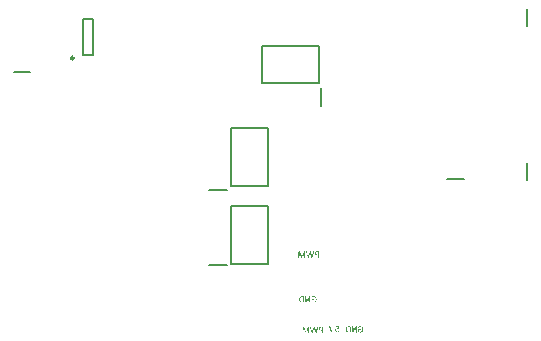
<source format=gbo>
G04*
G04 #@! TF.GenerationSoftware,Altium Limited,Altium Designer,18.1.9 (240)*
G04*
G04 Layer_Color=32896*
%FSLAX25Y25*%
%MOIN*%
G70*
G01*
G75*
%ADD11C,0.00787*%
%ADD14C,0.00984*%
G36*
X126881Y4010D02*
X126906Y4000D01*
X126916Y3996D01*
X126920Y3991D01*
X126925Y3988D01*
X126928Y3986D01*
X126940Y3973D01*
X126947Y3959D01*
X126957Y3929D01*
X126960Y3914D01*
X126962Y3902D01*
Y3895D01*
Y3892D01*
Y2018D01*
X126960Y2003D01*
X126957Y1998D01*
Y1996D01*
X126952Y1988D01*
X126945Y1986D01*
X126940Y1981D01*
X126938D01*
X126923Y1978D01*
X126911Y1976D01*
X126901Y1973D01*
X126896D01*
X126874Y1971D01*
X126852Y1969D01*
X126802D01*
X126783Y1971D01*
X126770Y1973D01*
X126766D01*
X126748Y1976D01*
X126734Y1978D01*
X126726Y1981D01*
X126724D01*
X126711Y1986D01*
X126704Y1991D01*
X126701Y1993D01*
X126699Y1996D01*
X126694Y2003D01*
X126692Y2010D01*
Y2015D01*
Y2018D01*
Y3791D01*
X126005Y2010D01*
X125998Y1998D01*
X125993Y1996D01*
Y1993D01*
X125976Y1983D01*
X125971Y1981D01*
X125968D01*
X125956Y1978D01*
X125941Y1976D01*
X125932Y1973D01*
X125929D01*
X125909Y1971D01*
X125892Y1969D01*
X125850D01*
X125833Y1971D01*
X125818D01*
X125801Y1973D01*
X125789Y1976D01*
X125782Y1978D01*
X125779D01*
X125767Y1983D01*
X125759Y1986D01*
X125757Y1991D01*
X125754D01*
X125742Y2003D01*
X125740Y2008D01*
Y2010D01*
X125021Y3791D01*
X125016D01*
Y2018D01*
X125014Y2003D01*
X125012Y1998D01*
Y1996D01*
X125004Y1988D01*
X124997Y1986D01*
X124992Y1981D01*
X124989D01*
X124977Y1978D01*
X124962Y1976D01*
X124952Y1973D01*
X124948D01*
X124925Y1971D01*
X124906Y1969D01*
X124856D01*
X124834Y1971D01*
X124822Y1973D01*
X124817D01*
X124800Y1976D01*
X124788Y1978D01*
X124780Y1981D01*
X124778D01*
X124766Y1986D01*
X124758Y1991D01*
X124756Y1993D01*
X124753Y1996D01*
X124748Y2003D01*
X124746Y2010D01*
Y2015D01*
Y2018D01*
Y3892D01*
X124748Y3914D01*
X124751Y3932D01*
X124753Y3941D01*
X124756Y3946D01*
X124763Y3964D01*
X124773Y3976D01*
X124780Y3983D01*
X124783Y3986D01*
X124795Y3996D01*
X124807Y4003D01*
X124815Y4005D01*
X124820Y4008D01*
X124834Y4013D01*
X124849Y4015D01*
X125039D01*
X125066Y4013D01*
X125088Y4010D01*
X125105Y4008D01*
X125107Y4005D01*
X125110D01*
X125130Y3996D01*
X125147Y3988D01*
X125159Y3978D01*
X125164Y3976D01*
X125181Y3959D01*
X125196Y3944D01*
X125206Y3929D01*
X125211Y3927D01*
Y3924D01*
X125225Y3897D01*
X125235Y3872D01*
X125240Y3860D01*
X125245Y3850D01*
X125248Y3845D01*
Y3843D01*
X125855Y2374D01*
X125863D01*
X126446Y3848D01*
X126458Y3878D01*
X126468Y3902D01*
X126478Y3917D01*
X126480Y3919D01*
Y3922D01*
X126495Y3944D01*
X126510Y3959D01*
X126522Y3971D01*
X126524Y3973D01*
X126527D01*
X126549Y3988D01*
X126571Y3998D01*
X126581Y4000D01*
X126588Y4003D01*
X126593Y4005D01*
X126596D01*
X126625Y4010D01*
X126655Y4015D01*
X126866D01*
X126881Y4010D01*
D02*
G37*
G36*
X129929Y4023D02*
X129939D01*
X129946Y4020D01*
X129951D01*
X129971Y4018D01*
X129983Y4013D01*
X129990Y4008D01*
X129993Y4005D01*
X130000Y3996D01*
X130003Y3986D01*
X130005Y3978D01*
Y3973D01*
X130003Y3956D01*
X130000Y3939D01*
X129998Y3924D01*
X129996Y3922D01*
Y3919D01*
X129457Y2037D01*
X129452Y2023D01*
X129447Y2010D01*
X129444Y2003D01*
X129442Y2001D01*
X129432Y1993D01*
X129420Y1986D01*
X129410Y1983D01*
X129408Y1981D01*
X129390Y1978D01*
X129371Y1976D01*
X129356Y1973D01*
X129351D01*
X129321Y1971D01*
X129292Y1969D01*
X129228D01*
X129203Y1971D01*
X129193D01*
X129186Y1973D01*
X129181D01*
X129159Y1976D01*
X129144Y1978D01*
X129132Y1981D01*
X129130D01*
X129115Y1988D01*
X129105Y1993D01*
X129100Y1998D01*
X129098Y2001D01*
X129090Y2013D01*
X129085Y2025D01*
X129080Y2035D01*
Y2037D01*
X128687Y3575D01*
X128684D01*
X128256Y2037D01*
X128251Y2023D01*
X128246Y2010D01*
X128244Y2003D01*
X128242Y2001D01*
X128232Y1993D01*
X128219Y1986D01*
X128209Y1983D01*
X128207Y1981D01*
X128190Y1978D01*
X128170Y1976D01*
X128155Y1973D01*
X128150D01*
X128123Y1971D01*
X128096Y1969D01*
X128035D01*
X128010Y1971D01*
X128000D01*
X127993Y1973D01*
X127988D01*
X127966Y1976D01*
X127949Y1978D01*
X127939Y1981D01*
X127934D01*
X127919Y1988D01*
X127909Y1993D01*
X127902Y1998D01*
X127900Y2001D01*
X127892Y2013D01*
X127885Y2025D01*
X127882Y2035D01*
X127880Y2037D01*
X127341Y3917D01*
X127336Y3941D01*
X127331Y3959D01*
Y3971D01*
Y3973D01*
X127334Y3986D01*
X127336Y3996D01*
X127341Y4000D01*
X127344Y4003D01*
X127356Y4010D01*
X127368Y4015D01*
X127378Y4020D01*
X127383D01*
X127405Y4023D01*
X127432Y4025D01*
X127489D01*
X127513Y4023D01*
X127528Y4020D01*
X127533D01*
X127550Y4018D01*
X127565Y4015D01*
X127572Y4013D01*
X127575Y4010D01*
X127585Y4005D01*
X127590Y4000D01*
X127594Y3996D01*
Y3993D01*
X127602Y3976D01*
X127604Y3968D01*
Y3966D01*
X128052Y2261D01*
X128054D01*
X128522Y3964D01*
X128527Y3976D01*
X128529Y3986D01*
X128532Y3991D01*
X128534Y3993D01*
X128542Y4000D01*
X128549Y4005D01*
X128556Y4010D01*
X128559D01*
X128571Y4015D01*
X128586Y4018D01*
X128596Y4020D01*
X128601D01*
X128623Y4023D01*
X128645Y4025D01*
X128701D01*
X128726Y4023D01*
X128734D01*
X128741Y4020D01*
X128746D01*
X128765Y4018D01*
X128780Y4015D01*
X128790Y4013D01*
X128793Y4010D01*
X128802Y4005D01*
X128810Y4000D01*
X128812Y3996D01*
X128815Y3993D01*
X128822Y3973D01*
X128824Y3966D01*
Y3964D01*
X129260Y2261D01*
X129262D01*
X129720Y3966D01*
X129722Y3978D01*
X129725Y3988D01*
X129727Y3993D01*
X129730Y3996D01*
X129735Y4003D01*
X129742Y4008D01*
X129747Y4013D01*
X129750D01*
X129762Y4018D01*
X129777Y4020D01*
X129789Y4023D01*
X129794D01*
X129816Y4025D01*
X129904D01*
X129929Y4023D01*
D02*
G37*
G36*
X131420Y4010D02*
X131442Y4003D01*
X131452Y3998D01*
X131459Y3993D01*
X131462Y3991D01*
X131464Y3988D01*
X131474Y3976D01*
X131481Y3964D01*
X131491Y3932D01*
X131494Y3919D01*
X131496Y3907D01*
Y3900D01*
Y3897D01*
Y2018D01*
X131494Y2003D01*
X131491Y1998D01*
Y1996D01*
X131484Y1988D01*
X131476Y1986D01*
X131472Y1981D01*
X131469D01*
X131457Y1978D01*
X131442Y1976D01*
X131432Y1973D01*
X131427D01*
X131405Y1971D01*
X131383Y1969D01*
X131336D01*
X131314Y1971D01*
X131302Y1973D01*
X131297D01*
X131280Y1976D01*
X131265Y1978D01*
X131257Y1981D01*
X131255D01*
X131245Y1986D01*
X131238Y1991D01*
X131235Y1993D01*
X131233Y1996D01*
X131228Y2003D01*
X131226Y2010D01*
Y2015D01*
Y2018D01*
Y2753D01*
X130994D01*
X130925Y2756D01*
X130864Y2761D01*
X130807Y2768D01*
X130761Y2778D01*
X130721Y2785D01*
X130706Y2790D01*
X130694Y2793D01*
X130684Y2795D01*
X130674Y2798D01*
X130672Y2800D01*
X130669D01*
X130620Y2820D01*
X130576Y2839D01*
X130537Y2861D01*
X130505Y2884D01*
X130478Y2903D01*
X130458Y2918D01*
X130446Y2928D01*
X130441Y2933D01*
X130406Y2967D01*
X130377Y3002D01*
X130352Y3036D01*
X130333Y3071D01*
X130315Y3098D01*
X130305Y3122D01*
X130298Y3137D01*
X130296Y3139D01*
Y3142D01*
X130278Y3189D01*
X130266Y3238D01*
X130256Y3282D01*
X130251Y3326D01*
X130246Y3363D01*
Y3378D01*
X130244Y3393D01*
Y3403D01*
Y3410D01*
Y3415D01*
Y3418D01*
X130246Y3459D01*
X130249Y3499D01*
X130254Y3536D01*
X130261Y3565D01*
X130269Y3592D01*
X130273Y3609D01*
X130276Y3622D01*
X130278Y3627D01*
X130291Y3661D01*
X130305Y3693D01*
X130320Y3723D01*
X130335Y3747D01*
X130350Y3767D01*
X130359Y3782D01*
X130367Y3791D01*
X130369Y3794D01*
X130392Y3821D01*
X130416Y3845D01*
X130441Y3865D01*
X130463Y3882D01*
X130485Y3897D01*
X130500Y3907D01*
X130510Y3914D01*
X130515Y3917D01*
X130546Y3934D01*
X130578Y3949D01*
X130605Y3959D01*
X130633Y3968D01*
X130652Y3976D01*
X130669Y3981D01*
X130679Y3983D01*
X130684D01*
X130714Y3991D01*
X130741Y3996D01*
X130765Y4000D01*
X130785Y4003D01*
X130802Y4005D01*
X130817Y4008D01*
X130827D01*
X130874Y4013D01*
X130893D01*
X130913Y4015D01*
X131405D01*
X131420Y4010D01*
D02*
G37*
G36*
X125503Y29109D02*
X125528Y29099D01*
X125538Y29094D01*
X125542Y29089D01*
X125547Y29087D01*
X125550Y29084D01*
X125562Y29072D01*
X125570Y29057D01*
X125579Y29028D01*
X125582Y29013D01*
X125584Y29000D01*
Y28993D01*
Y28991D01*
Y27116D01*
X125582Y27101D01*
X125579Y27096D01*
Y27094D01*
X125575Y27087D01*
X125567Y27084D01*
X125562Y27079D01*
X125560D01*
X125545Y27077D01*
X125533Y27074D01*
X125523Y27072D01*
X125518D01*
X125496Y27069D01*
X125474Y27067D01*
X125424D01*
X125405Y27069D01*
X125392Y27072D01*
X125388D01*
X125370Y27074D01*
X125356Y27077D01*
X125348Y27079D01*
X125346D01*
X125333Y27084D01*
X125326Y27089D01*
X125324Y27092D01*
X125321Y27094D01*
X125316Y27101D01*
X125314Y27109D01*
Y27114D01*
Y27116D01*
Y28890D01*
X124627Y27109D01*
X124620Y27096D01*
X124615Y27094D01*
Y27092D01*
X124598Y27082D01*
X124593Y27079D01*
X124591D01*
X124578Y27077D01*
X124563Y27074D01*
X124554Y27072D01*
X124551D01*
X124531Y27069D01*
X124514Y27067D01*
X124472D01*
X124455Y27069D01*
X124440D01*
X124423Y27072D01*
X124411Y27074D01*
X124404Y27077D01*
X124401D01*
X124389Y27082D01*
X124381Y27084D01*
X124379Y27089D01*
X124376D01*
X124364Y27101D01*
X124362Y27106D01*
Y27109D01*
X123643Y28890D01*
X123638D01*
Y27116D01*
X123636Y27101D01*
X123634Y27096D01*
Y27094D01*
X123626Y27087D01*
X123619Y27084D01*
X123614Y27079D01*
X123611D01*
X123599Y27077D01*
X123584Y27074D01*
X123574Y27072D01*
X123570D01*
X123547Y27069D01*
X123528Y27067D01*
X123479D01*
X123456Y27069D01*
X123444Y27072D01*
X123439D01*
X123422Y27074D01*
X123410Y27077D01*
X123402Y27079D01*
X123400D01*
X123388Y27084D01*
X123380Y27089D01*
X123378Y27092D01*
X123375Y27094D01*
X123370Y27101D01*
X123368Y27109D01*
Y27114D01*
Y27116D01*
Y28991D01*
X123370Y29013D01*
X123373Y29030D01*
X123375Y29040D01*
X123378Y29045D01*
X123385Y29062D01*
X123395Y29074D01*
X123402Y29082D01*
X123405Y29084D01*
X123417Y29094D01*
X123429Y29101D01*
X123437Y29104D01*
X123442Y29106D01*
X123456Y29111D01*
X123471Y29114D01*
X123661D01*
X123688Y29111D01*
X123710Y29109D01*
X123727Y29106D01*
X123730Y29104D01*
X123732D01*
X123752Y29094D01*
X123769Y29087D01*
X123781Y29077D01*
X123786Y29074D01*
X123803Y29057D01*
X123818Y29042D01*
X123828Y29028D01*
X123833Y29025D01*
Y29023D01*
X123848Y28996D01*
X123857Y28971D01*
X123862Y28959D01*
X123867Y28949D01*
X123870Y28944D01*
Y28941D01*
X124477Y27473D01*
X124485D01*
X125068Y28946D01*
X125080Y28976D01*
X125090Y29000D01*
X125100Y29015D01*
X125102Y29018D01*
Y29020D01*
X125117Y29042D01*
X125132Y29057D01*
X125144Y29069D01*
X125146Y29072D01*
X125149D01*
X125171Y29087D01*
X125193Y29096D01*
X125203Y29099D01*
X125210Y29101D01*
X125215Y29104D01*
X125218D01*
X125247Y29109D01*
X125277Y29114D01*
X125488D01*
X125503Y29109D01*
D02*
G37*
G36*
X128551Y29121D02*
X128561D01*
X128568Y29119D01*
X128573D01*
X128593Y29116D01*
X128605Y29111D01*
X128613Y29106D01*
X128615Y29104D01*
X128622Y29094D01*
X128625Y29084D01*
X128627Y29077D01*
Y29072D01*
X128625Y29055D01*
X128622Y29037D01*
X128620Y29023D01*
X128618Y29020D01*
Y29018D01*
X128079Y27136D01*
X128074Y27121D01*
X128069Y27109D01*
X128067Y27101D01*
X128064Y27099D01*
X128054Y27092D01*
X128042Y27084D01*
X128032Y27082D01*
X128030Y27079D01*
X128012Y27077D01*
X127993Y27074D01*
X127978Y27072D01*
X127973D01*
X127944Y27069D01*
X127914Y27067D01*
X127850D01*
X127825Y27069D01*
X127816D01*
X127808Y27072D01*
X127803D01*
X127781Y27074D01*
X127766Y27077D01*
X127754Y27079D01*
X127752D01*
X127737Y27087D01*
X127727Y27092D01*
X127722Y27096D01*
X127720Y27099D01*
X127712Y27111D01*
X127707Y27123D01*
X127702Y27133D01*
Y27136D01*
X127309Y28673D01*
X127306D01*
X126878Y27136D01*
X126873Y27121D01*
X126868Y27109D01*
X126866Y27101D01*
X126864Y27099D01*
X126854Y27092D01*
X126841Y27084D01*
X126831Y27082D01*
X126829Y27079D01*
X126812Y27077D01*
X126792Y27074D01*
X126777Y27072D01*
X126772D01*
X126745Y27069D01*
X126718Y27067D01*
X126657D01*
X126632Y27069D01*
X126622D01*
X126615Y27072D01*
X126610D01*
X126588Y27074D01*
X126571Y27077D01*
X126561Y27079D01*
X126556D01*
X126541Y27087D01*
X126531Y27092D01*
X126524Y27096D01*
X126522Y27099D01*
X126514Y27111D01*
X126507Y27123D01*
X126504Y27133D01*
X126502Y27136D01*
X125963Y29015D01*
X125958Y29040D01*
X125953Y29057D01*
Y29069D01*
Y29072D01*
X125956Y29084D01*
X125958Y29094D01*
X125963Y29099D01*
X125966Y29101D01*
X125978Y29109D01*
X125990Y29114D01*
X126000Y29119D01*
X126005D01*
X126027Y29121D01*
X126054Y29123D01*
X126111D01*
X126135Y29121D01*
X126150Y29119D01*
X126155D01*
X126172Y29116D01*
X126187Y29114D01*
X126194Y29111D01*
X126197Y29109D01*
X126207Y29104D01*
X126212Y29099D01*
X126217Y29094D01*
Y29092D01*
X126224Y29074D01*
X126226Y29067D01*
Y29064D01*
X126674Y27360D01*
X126677D01*
X127144Y29062D01*
X127149Y29074D01*
X127151Y29084D01*
X127154Y29089D01*
X127156Y29092D01*
X127164Y29099D01*
X127171Y29104D01*
X127178Y29109D01*
X127181D01*
X127193Y29114D01*
X127208Y29116D01*
X127218Y29119D01*
X127223D01*
X127245Y29121D01*
X127267Y29123D01*
X127324D01*
X127348Y29121D01*
X127356D01*
X127363Y29119D01*
X127368D01*
X127387Y29116D01*
X127402Y29114D01*
X127412Y29111D01*
X127415Y29109D01*
X127424Y29104D01*
X127432Y29099D01*
X127434Y29094D01*
X127437Y29092D01*
X127444Y29072D01*
X127447Y29064D01*
Y29062D01*
X127882Y27360D01*
X127884D01*
X128342Y29064D01*
X128345Y29077D01*
X128347Y29087D01*
X128349Y29092D01*
X128352Y29094D01*
X128357Y29101D01*
X128364Y29106D01*
X128369Y29111D01*
X128372D01*
X128384Y29116D01*
X128399Y29119D01*
X128411Y29121D01*
X128416D01*
X128438Y29123D01*
X128526D01*
X128551Y29121D01*
D02*
G37*
G36*
X130042Y29109D02*
X130064Y29101D01*
X130074Y29096D01*
X130081Y29092D01*
X130084Y29089D01*
X130086Y29087D01*
X130096Y29074D01*
X130103Y29062D01*
X130113Y29030D01*
X130116Y29018D01*
X130118Y29005D01*
Y28998D01*
Y28996D01*
Y27116D01*
X130116Y27101D01*
X130113Y27096D01*
Y27094D01*
X130106Y27087D01*
X130098Y27084D01*
X130094Y27079D01*
X130091D01*
X130079Y27077D01*
X130064Y27074D01*
X130054Y27072D01*
X130049D01*
X130027Y27069D01*
X130005Y27067D01*
X129958D01*
X129936Y27069D01*
X129924Y27072D01*
X129919D01*
X129902Y27074D01*
X129887Y27077D01*
X129879Y27079D01*
X129877D01*
X129867Y27084D01*
X129860Y27089D01*
X129857Y27092D01*
X129855Y27094D01*
X129850Y27101D01*
X129848Y27109D01*
Y27114D01*
Y27116D01*
Y27852D01*
X129616D01*
X129547Y27854D01*
X129486Y27859D01*
X129429Y27866D01*
X129383Y27876D01*
X129343Y27884D01*
X129328Y27889D01*
X129316Y27891D01*
X129306Y27893D01*
X129297Y27896D01*
X129294Y27898D01*
X129292D01*
X129242Y27918D01*
X129198Y27938D01*
X129159Y27960D01*
X129127Y27982D01*
X129100Y28002D01*
X129080Y28016D01*
X129068Y28026D01*
X129063Y28031D01*
X129028Y28066D01*
X128999Y28100D01*
X128974Y28135D01*
X128955Y28169D01*
X128937Y28196D01*
X128928Y28221D01*
X128920Y28235D01*
X128918Y28238D01*
Y28240D01*
X128900Y28287D01*
X128888Y28336D01*
X128878Y28381D01*
X128873Y28425D01*
X128868Y28462D01*
Y28477D01*
X128866Y28491D01*
Y28501D01*
Y28508D01*
Y28513D01*
Y28516D01*
X128868Y28558D01*
X128871Y28597D01*
X128876Y28634D01*
X128883Y28664D01*
X128891Y28690D01*
X128895Y28708D01*
X128898Y28720D01*
X128900Y28725D01*
X128913Y28759D01*
X128928Y28791D01*
X128942Y28821D01*
X128957Y28846D01*
X128972Y28865D01*
X128982Y28880D01*
X128989Y28890D01*
X128991Y28892D01*
X129014Y28919D01*
X129038Y28944D01*
X129063Y28964D01*
X129085Y28981D01*
X129107Y28996D01*
X129122Y29005D01*
X129132Y29013D01*
X129137Y29015D01*
X129169Y29032D01*
X129200Y29047D01*
X129228Y29057D01*
X129255Y29067D01*
X129274Y29074D01*
X129292Y29079D01*
X129301Y29082D01*
X129306D01*
X129336Y29089D01*
X129363Y29094D01*
X129387Y29099D01*
X129407Y29101D01*
X129424Y29104D01*
X129439Y29106D01*
X129449D01*
X129496Y29111D01*
X129515D01*
X129535Y29114D01*
X130027D01*
X130042Y29109D01*
D02*
G37*
G36*
X144053Y4160D02*
X144129Y4151D01*
X144201Y4138D01*
X144232Y4131D01*
X144260Y4123D01*
X144287Y4116D01*
X144311Y4109D01*
X144333Y4101D01*
X144351Y4096D01*
X144363Y4092D01*
X144375Y4087D01*
X144380Y4084D01*
X144383D01*
X144449Y4052D01*
X144510Y4018D01*
X144565Y3983D01*
X144611Y3949D01*
X144651Y3917D01*
X144665Y3904D01*
X144678Y3892D01*
X144688Y3882D01*
X144695Y3875D01*
X144700Y3873D01*
X144702Y3870D01*
X144749Y3816D01*
X144791Y3759D01*
X144825Y3703D01*
X144855Y3651D01*
X144879Y3604D01*
X144887Y3585D01*
X144894Y3568D01*
X144902Y3553D01*
X144906Y3543D01*
X144909Y3536D01*
Y3533D01*
X144934Y3457D01*
X144951Y3381D01*
X144963Y3309D01*
X144971Y3240D01*
X144975Y3211D01*
Y3181D01*
X144978Y3157D01*
X144980Y3137D01*
Y3120D01*
Y3105D01*
Y3098D01*
Y3095D01*
X144978Y3009D01*
X144971Y2930D01*
X144958Y2859D01*
X144953Y2827D01*
X144946Y2795D01*
X144941Y2768D01*
X144936Y2743D01*
X144929Y2724D01*
X144924Y2706D01*
X144919Y2692D01*
X144916Y2682D01*
X144914Y2675D01*
Y2672D01*
X144884Y2603D01*
X144855Y2542D01*
X144820Y2485D01*
X144788Y2438D01*
X144761Y2399D01*
X144749Y2384D01*
X144739Y2372D01*
X144729Y2362D01*
X144722Y2355D01*
X144720Y2350D01*
X144717Y2347D01*
X144668Y2301D01*
X144614Y2259D01*
X144562Y2222D01*
X144513Y2192D01*
X144469Y2168D01*
X144451Y2160D01*
X144434Y2153D01*
X144422Y2146D01*
X144412Y2141D01*
X144407Y2138D01*
X144405D01*
X144333Y2114D01*
X144260Y2097D01*
X144188Y2084D01*
X144122Y2077D01*
X144092Y2072D01*
X144065D01*
X144043Y2069D01*
X144021Y2067D01*
X143982D01*
X143925Y2069D01*
X143898D01*
X143876Y2072D01*
X143856Y2074D01*
X143839D01*
X143829Y2077D01*
X143827D01*
X143770Y2084D01*
X143743Y2089D01*
X143718Y2094D01*
X143699Y2099D01*
X143684Y2101D01*
X143674Y2104D01*
X143672D01*
X143615Y2119D01*
X143590Y2126D01*
X143566Y2133D01*
X143549Y2138D01*
X143534Y2143D01*
X143524Y2148D01*
X143521D01*
X143494Y2158D01*
X143472Y2168D01*
X143453Y2175D01*
X143435Y2183D01*
X143421Y2190D01*
X143411Y2192D01*
X143406Y2197D01*
X143403D01*
X143386Y2207D01*
X143374Y2217D01*
X143364Y2224D01*
X143354Y2234D01*
X143344Y2246D01*
X143342Y2249D01*
Y2251D01*
X143332Y2276D01*
X143330Y2298D01*
X143327Y2308D01*
Y2315D01*
Y2320D01*
Y2323D01*
Y3100D01*
X143330Y3120D01*
X143332Y3135D01*
X143335Y3144D01*
X143337Y3149D01*
X143344Y3164D01*
X143352Y3174D01*
X143357Y3181D01*
X143359Y3184D01*
X143369Y3191D01*
X143379Y3198D01*
X143389Y3201D01*
X143391Y3204D01*
X143403Y3208D01*
X143416Y3211D01*
X144080D01*
X144087Y3208D01*
X144092Y3206D01*
X144095Y3204D01*
X144107Y3191D01*
X144109Y3186D01*
X144112Y3184D01*
X144117Y3174D01*
X144119Y3162D01*
X144122Y3154D01*
Y3149D01*
X144124Y3132D01*
Y3115D01*
Y3103D01*
Y3100D01*
Y3098D01*
Y3078D01*
X144122Y3061D01*
X144119Y3046D01*
X144117Y3034D01*
Y3026D01*
X144114Y3019D01*
X144112Y3016D01*
Y3014D01*
X144100Y2999D01*
X144087Y2992D01*
X144078Y2989D01*
X143598D01*
Y2394D01*
X143662Y2365D01*
X143691Y2352D01*
X143721Y2342D01*
X143745Y2335D01*
X143763Y2330D01*
X143775Y2325D01*
X143780D01*
X143851Y2313D01*
X143883Y2308D01*
X143913Y2306D01*
X143937D01*
X143955Y2303D01*
X143972D01*
X144028Y2306D01*
X144082Y2310D01*
X144132Y2320D01*
X144176Y2330D01*
X144213Y2338D01*
X144225Y2342D01*
X144240Y2347D01*
X144250Y2350D01*
X144257Y2352D01*
X144260Y2355D01*
X144262D01*
X144309Y2377D01*
X144353Y2402D01*
X144392Y2428D01*
X144427Y2453D01*
X144454Y2478D01*
X144474Y2495D01*
X144486Y2507D01*
X144491Y2512D01*
X144525Y2554D01*
X144555Y2596D01*
X144579Y2640D01*
X144602Y2679D01*
X144619Y2714D01*
X144631Y2743D01*
X144636Y2753D01*
X144638Y2761D01*
X144641Y2766D01*
Y2768D01*
X144658Y2827D01*
X144673Y2886D01*
X144683Y2945D01*
X144688Y2999D01*
X144690Y3024D01*
X144693Y3046D01*
Y3066D01*
X144695Y3083D01*
Y3095D01*
Y3108D01*
Y3112D01*
Y3115D01*
X144693Y3179D01*
X144688Y3240D01*
X144680Y3294D01*
X144670Y3344D01*
X144660Y3383D01*
X144658Y3400D01*
X144653Y3413D01*
X144651Y3425D01*
X144648Y3432D01*
X144646Y3437D01*
Y3440D01*
X144626Y3494D01*
X144604Y3543D01*
X144579Y3587D01*
X144557Y3624D01*
X144537Y3656D01*
X144520Y3678D01*
X144510Y3693D01*
X144506Y3698D01*
X144469Y3737D01*
X144432Y3772D01*
X144392Y3801D01*
X144358Y3826D01*
X144326Y3845D01*
X144301Y3858D01*
X144291Y3863D01*
X144284Y3868D01*
X144282Y3870D01*
X144279D01*
X144228Y3890D01*
X144173Y3904D01*
X144124Y3917D01*
X144075Y3924D01*
X144036Y3929D01*
X144018D01*
X144004Y3932D01*
X143974D01*
X143922Y3929D01*
X143876Y3927D01*
X143836Y3922D01*
X143799Y3917D01*
X143770Y3909D01*
X143748Y3904D01*
X143736Y3902D01*
X143731Y3900D01*
X143694Y3887D01*
X143659Y3878D01*
X143630Y3865D01*
X143603Y3855D01*
X143583Y3845D01*
X143566Y3841D01*
X143556Y3836D01*
X143553Y3833D01*
X143526Y3821D01*
X143504Y3809D01*
X143485Y3799D01*
X143467Y3789D01*
X143453Y3782D01*
X143443Y3774D01*
X143438Y3772D01*
X143435Y3769D01*
X143421Y3759D01*
X143406Y3752D01*
X143386Y3745D01*
X143374Y3740D01*
X143371D01*
X143357Y3742D01*
X143354Y3745D01*
X143352D01*
X143344Y3752D01*
X143340Y3759D01*
X143337Y3764D01*
Y3767D01*
X143332Y3779D01*
X143330Y3791D01*
X143327Y3801D01*
Y3804D01*
X143325Y3821D01*
X143322Y3838D01*
Y3850D01*
Y3853D01*
Y3855D01*
X143325Y3890D01*
X143327Y3914D01*
X143330Y3922D01*
Y3929D01*
X143332Y3934D01*
X143340Y3954D01*
X143349Y3968D01*
X143359Y3978D01*
X143362Y3981D01*
X143371Y3988D01*
X143381Y3998D01*
X143406Y4015D01*
X143418Y4020D01*
X143426Y4028D01*
X143433Y4030D01*
X143435Y4033D01*
X143480Y4055D01*
X143502Y4064D01*
X143521Y4074D01*
X143541Y4082D01*
X143556Y4087D01*
X143566Y4092D01*
X143568D01*
X143630Y4111D01*
X143659Y4121D01*
X143689Y4128D01*
X143713Y4133D01*
X143733Y4138D01*
X143745Y4141D01*
X143750D01*
X143829Y4153D01*
X143866Y4158D01*
X143898Y4160D01*
X143927Y4163D01*
X143969D01*
X144053Y4160D01*
D02*
G37*
G36*
X140663Y4128D02*
X140685Y4121D01*
X140700Y4114D01*
X140702Y4109D01*
X140705D01*
X140715Y4099D01*
X140722Y4084D01*
X140732Y4057D01*
X140734Y4042D01*
X140737Y4033D01*
Y4025D01*
Y4023D01*
Y2205D01*
X140734Y2183D01*
X140732Y2165D01*
X140727Y2151D01*
X140720Y2138D01*
X140715Y2131D01*
X140710Y2124D01*
X140707Y2121D01*
X140705Y2119D01*
X140680Y2106D01*
X140661Y2099D01*
X140643Y2097D01*
X140205D01*
X140112Y2099D01*
X140026Y2106D01*
X139987Y2111D01*
X139947Y2116D01*
X139915Y2124D01*
X139883Y2128D01*
X139854Y2133D01*
X139829Y2141D01*
X139807Y2146D01*
X139790Y2151D01*
X139775Y2156D01*
X139763Y2158D01*
X139758Y2160D01*
X139755D01*
X139686Y2187D01*
X139625Y2217D01*
X139571Y2249D01*
X139526Y2281D01*
X139487Y2310D01*
X139472Y2323D01*
X139460Y2333D01*
X139450Y2342D01*
X139443Y2350D01*
X139440Y2352D01*
X139438Y2355D01*
X139391Y2406D01*
X139352Y2461D01*
X139317Y2515D01*
X139290Y2566D01*
X139268Y2613D01*
X139258Y2633D01*
X139251Y2650D01*
X139246Y2662D01*
X139241Y2672D01*
X139239Y2679D01*
Y2682D01*
X139216Y2758D01*
X139199Y2837D01*
X139187Y2916D01*
X139177Y2987D01*
X139175Y3019D01*
X139172Y3051D01*
Y3078D01*
X139170Y3100D01*
Y3120D01*
Y3132D01*
Y3142D01*
Y3144D01*
X139172Y3228D01*
X139180Y3304D01*
X139190Y3376D01*
X139197Y3408D01*
X139202Y3435D01*
X139207Y3462D01*
X139214Y3486D01*
X139219Y3506D01*
X139224Y3523D01*
X139229Y3538D01*
X139231Y3548D01*
X139234Y3553D01*
Y3555D01*
X139261Y3622D01*
X139290Y3683D01*
X139322Y3735D01*
X139352Y3782D01*
X139379Y3818D01*
X139391Y3833D01*
X139403Y3845D01*
X139411Y3855D01*
X139418Y3863D01*
X139421Y3865D01*
X139423Y3868D01*
X139472Y3912D01*
X139522Y3951D01*
X139573Y3986D01*
X139622Y4015D01*
X139664Y4035D01*
X139681Y4045D01*
X139699Y4052D01*
X139711Y4057D01*
X139721Y4062D01*
X139726Y4064D01*
X139728D01*
X139799Y4087D01*
X139876Y4104D01*
X139950Y4116D01*
X140021Y4126D01*
X140053Y4128D01*
X140082Y4131D01*
X140110D01*
X140132Y4133D01*
X140638D01*
X140663Y4128D01*
D02*
G37*
G36*
X141460Y4136D02*
X141475Y4133D01*
X141480D01*
X141497Y4131D01*
X141509Y4128D01*
X141519Y4126D01*
X141522Y4123D01*
X141531Y4119D01*
X141539Y4111D01*
X141541Y4109D01*
X141544Y4106D01*
X141549Y4094D01*
Y4089D01*
Y4087D01*
Y2982D01*
Y2935D01*
Y2889D01*
Y2844D01*
Y2805D01*
Y2771D01*
Y2743D01*
Y2734D01*
Y2726D01*
Y2724D01*
Y2721D01*
Y2672D01*
Y2625D01*
Y2581D01*
X141546Y2542D01*
Y2510D01*
Y2485D01*
Y2475D01*
Y2468D01*
Y2465D01*
Y2463D01*
X141573Y2517D01*
X141586Y2542D01*
X141598Y2564D01*
X141605Y2583D01*
X141613Y2598D01*
X141618Y2608D01*
X141620Y2611D01*
X141647Y2665D01*
X141659Y2689D01*
X141672Y2711D01*
X141681Y2731D01*
X141689Y2746D01*
X141694Y2756D01*
X141696Y2758D01*
X141723Y2815D01*
X141738Y2842D01*
X141750Y2864D01*
X141760Y2884D01*
X141768Y2901D01*
X141772Y2911D01*
X141775Y2913D01*
X141807Y2972D01*
X141822Y2999D01*
X141834Y3024D01*
X141844Y3044D01*
X141854Y3058D01*
X141859Y3071D01*
X141861Y3073D01*
X142338Y3966D01*
X142356Y4000D01*
X142373Y4025D01*
X142378Y4035D01*
X142383Y4042D01*
X142387Y4045D01*
Y4047D01*
X142405Y4069D01*
X142420Y4084D01*
X142432Y4094D01*
X142434Y4096D01*
X142437D01*
X142456Y4109D01*
X142474Y4119D01*
X142488Y4121D01*
X142491Y4123D01*
X142493D01*
X142518Y4128D01*
X142545Y4133D01*
X142720D01*
X142734Y4128D01*
X142759Y4121D01*
X142769Y4116D01*
X142776Y4111D01*
X142781Y4109D01*
X142783Y4106D01*
X142796Y4094D01*
X142803Y4082D01*
X142813Y4050D01*
X142815Y4037D01*
X142818Y4025D01*
Y4018D01*
Y4015D01*
Y2136D01*
X142815Y2121D01*
X142813Y2116D01*
Y2114D01*
X142806Y2106D01*
X142798Y2104D01*
X142793Y2099D01*
X142791D01*
X142779Y2097D01*
X142766Y2094D01*
X142756Y2091D01*
X142752D01*
X142729Y2089D01*
X142707Y2087D01*
X142658D01*
X142638Y2089D01*
X142626Y2091D01*
X142621D01*
X142604Y2094D01*
X142589Y2097D01*
X142582Y2099D01*
X142579D01*
X142567Y2104D01*
X142560Y2109D01*
X142557Y2111D01*
X142555Y2114D01*
X142550Y2124D01*
X142547Y2128D01*
Y2133D01*
Y2136D01*
Y3366D01*
Y3410D01*
Y3452D01*
Y3491D01*
Y3526D01*
X142550Y3555D01*
Y3580D01*
Y3595D01*
Y3597D01*
Y3599D01*
Y3644D01*
Y3686D01*
X142552Y3725D01*
Y3759D01*
Y3789D01*
X142555Y3811D01*
Y3826D01*
Y3831D01*
X142550D01*
X142518Y3762D01*
X142503Y3730D01*
X142488Y3703D01*
X142476Y3678D01*
X142466Y3659D01*
X142461Y3646D01*
X142459Y3641D01*
X142442Y3604D01*
X142422Y3570D01*
X142407Y3538D01*
X142390Y3511D01*
X142378Y3486D01*
X142368Y3467D01*
X142363Y3457D01*
X142360Y3452D01*
X141741Y2293D01*
X141728Y2271D01*
X141718Y2251D01*
X141706Y2234D01*
X141699Y2220D01*
X141689Y2207D01*
X141684Y2200D01*
X141681Y2195D01*
X141679Y2192D01*
X141657Y2165D01*
X141640Y2148D01*
X141627Y2136D01*
X141622Y2131D01*
X141600Y2116D01*
X141581Y2106D01*
X141566Y2101D01*
X141563Y2099D01*
X141561D01*
X141536Y2094D01*
X141512Y2091D01*
X141384D01*
X141369Y2094D01*
X141359Y2097D01*
X141357D01*
X141342Y2104D01*
X141330Y2109D01*
X141320Y2114D01*
X141317Y2116D01*
X141305Y2128D01*
X141298Y2141D01*
X141293Y2151D01*
X141290Y2153D01*
X141283Y2170D01*
X141280Y2187D01*
X141278Y2202D01*
Y2205D01*
Y2207D01*
Y4087D01*
Y4094D01*
X141280Y4101D01*
X141283Y4104D01*
X141285Y4106D01*
X141293Y4114D01*
X141300Y4119D01*
X141305Y4123D01*
X141307D01*
X141320Y4128D01*
X141335Y4131D01*
X141344Y4133D01*
X141349D01*
X141372Y4136D01*
X141391Y4138D01*
X141440D01*
X141460Y4136D01*
D02*
G37*
G36*
X136745Y4227D02*
X136767Y4219D01*
X136779Y4210D01*
X136784Y4207D01*
Y4205D01*
X136791Y4195D01*
X136796Y4183D01*
X136804Y4158D01*
Y4146D01*
X136806Y4136D01*
Y4131D01*
Y4128D01*
Y3299D01*
Y3280D01*
X136804Y3263D01*
X136801Y3248D01*
X136796Y3238D01*
X136794Y3230D01*
X136791Y3226D01*
X136789Y3221D01*
X136772Y3208D01*
X136749Y3204D01*
X136740Y3201D01*
X136725D01*
X136681Y3204D01*
X136659D01*
X136639Y3206D01*
X136622Y3208D01*
X136609D01*
X136600Y3211D01*
X136597D01*
X136570Y3213D01*
X136543Y3216D01*
X136513Y3218D01*
X136489Y3221D01*
X136383D01*
X136339Y3216D01*
X136299Y3213D01*
X136265Y3208D01*
X136238Y3204D01*
X136216Y3201D01*
X136203Y3196D01*
X136198D01*
X136164Y3186D01*
X136132Y3174D01*
X136105Y3162D01*
X136080Y3149D01*
X136061Y3137D01*
X136048Y3127D01*
X136039Y3122D01*
X136036Y3120D01*
X136014Y3100D01*
X135994Y3080D01*
X135980Y3058D01*
X135965Y3041D01*
X135955Y3024D01*
X135948Y3009D01*
X135945Y2999D01*
X135943Y2997D01*
X135933Y2967D01*
X135923Y2938D01*
X135918Y2911D01*
X135916Y2884D01*
X135913Y2859D01*
X135911Y2842D01*
Y2830D01*
Y2825D01*
X135913Y2783D01*
X135916Y2743D01*
X135923Y2709D01*
X135928Y2682D01*
X135935Y2657D01*
X135943Y2640D01*
X135945Y2630D01*
X135948Y2625D01*
X135962Y2598D01*
X135980Y2571D01*
X135997Y2549D01*
X136012Y2529D01*
X136026Y2515D01*
X136039Y2502D01*
X136046Y2495D01*
X136048Y2492D01*
X136073Y2473D01*
X136100Y2458D01*
X136125Y2443D01*
X136149Y2434D01*
X136169Y2424D01*
X136186Y2419D01*
X136196Y2416D01*
X136201Y2414D01*
X136267Y2399D01*
X136299Y2394D01*
X136329Y2392D01*
X136356D01*
X136376Y2389D01*
X136435D01*
X136472Y2392D01*
X136504Y2397D01*
X136533Y2399D01*
X136558Y2404D01*
X136575Y2406D01*
X136585Y2409D01*
X136590D01*
X136619Y2416D01*
X136646Y2424D01*
X136668Y2431D01*
X136688Y2438D01*
X136705Y2443D01*
X136718Y2448D01*
X136725Y2451D01*
X136727D01*
X136764Y2468D01*
X136782Y2475D01*
X136794Y2483D01*
X136804Y2488D01*
X136811Y2492D01*
X136816Y2495D01*
X136818D01*
X136838Y2507D01*
X136853Y2512D01*
X136863Y2515D01*
X136873D01*
X136878Y2512D01*
X136882Y2510D01*
X136885Y2507D01*
X136895Y2495D01*
X136897Y2490D01*
X136900Y2488D01*
X136905Y2478D01*
X136907Y2465D01*
X136909Y2458D01*
Y2453D01*
Y2436D01*
Y2421D01*
Y2409D01*
Y2406D01*
Y2404D01*
Y2384D01*
Y2369D01*
Y2360D01*
Y2355D01*
X136907Y2340D01*
Y2330D01*
X136905Y2323D01*
Y2320D01*
X136897Y2306D01*
X136895Y2301D01*
Y2298D01*
X136885Y2286D01*
X136882Y2281D01*
X136880Y2279D01*
X136875Y2274D01*
X136865Y2269D01*
X136848Y2261D01*
X136833Y2252D01*
X136828Y2249D01*
X136826D01*
X136789Y2234D01*
X136755Y2222D01*
X136737Y2217D01*
X136725Y2212D01*
X136718Y2210D01*
X136715D01*
X136663Y2197D01*
X136639Y2192D01*
X136614Y2187D01*
X136595Y2185D01*
X136580Y2183D01*
X136567Y2180D01*
X136565D01*
X136501Y2173D01*
X136469Y2168D01*
X136442D01*
X136420Y2165D01*
X136386D01*
X136324Y2168D01*
X136265Y2173D01*
X136213Y2180D01*
X136167Y2187D01*
X136130Y2195D01*
X136112Y2200D01*
X136100Y2202D01*
X136090Y2205D01*
X136083Y2207D01*
X136078Y2210D01*
X136075D01*
X136024Y2229D01*
X135980Y2249D01*
X135938Y2271D01*
X135903Y2293D01*
X135874Y2313D01*
X135852Y2328D01*
X135839Y2338D01*
X135834Y2342D01*
X135798Y2377D01*
X135768Y2414D01*
X135741Y2451D01*
X135719Y2485D01*
X135702Y2515D01*
X135689Y2537D01*
X135684Y2547D01*
X135682Y2554D01*
X135679Y2557D01*
Y2559D01*
X135660Y2608D01*
X135647Y2657D01*
X135638Y2707D01*
X135630Y2753D01*
X135625Y2790D01*
Y2807D01*
X135623Y2822D01*
Y2834D01*
Y2842D01*
Y2847D01*
Y2849D01*
X135625Y2898D01*
X135630Y2943D01*
X135638Y2984D01*
X135645Y3019D01*
X135652Y3049D01*
X135660Y3071D01*
X135665Y3085D01*
X135667Y3090D01*
X135684Y3130D01*
X135706Y3164D01*
X135726Y3196D01*
X135748Y3223D01*
X135766Y3245D01*
X135780Y3263D01*
X135790Y3272D01*
X135795Y3275D01*
X135827Y3302D01*
X135864Y3326D01*
X135898Y3349D01*
X135933Y3366D01*
X135962Y3378D01*
X135985Y3388D01*
X135994Y3390D01*
X136002Y3393D01*
X136004Y3395D01*
X136007D01*
X136056Y3410D01*
X136105Y3420D01*
X136154Y3427D01*
X136201Y3432D01*
X136240Y3435D01*
X136258Y3437D01*
X136393D01*
X136408Y3435D01*
X136430D01*
X136469Y3432D01*
X136486Y3430D01*
X136504D01*
X136516Y3427D01*
X136526D01*
X136533Y3425D01*
X136536D01*
Y3996D01*
X135807D01*
X135798Y3998D01*
X135790Y4000D01*
X135775Y4010D01*
X135768Y4020D01*
X135766Y4025D01*
X135756Y4052D01*
X135751Y4082D01*
X135748Y4094D01*
Y4104D01*
Y4111D01*
Y4114D01*
Y4133D01*
X135751Y4151D01*
X135753Y4160D01*
Y4165D01*
X135758Y4180D01*
X135761Y4192D01*
X135763Y4200D01*
X135766Y4202D01*
X135770Y4212D01*
X135778Y4219D01*
X135783Y4222D01*
X135785Y4224D01*
X135795Y4229D01*
X135802Y4232D01*
X136730D01*
X136745Y4227D01*
D02*
G37*
G36*
X135288Y4239D02*
X135310D01*
X135318Y4237D01*
X135323D01*
X135342Y4234D01*
X135355Y4229D01*
X135365Y4224D01*
X135367Y4222D01*
X135374Y4212D01*
X135379Y4202D01*
X135382Y4195D01*
Y4190D01*
X135379Y4173D01*
X135374Y4155D01*
X135370Y4141D01*
X135367Y4138D01*
Y4136D01*
X134700Y2242D01*
X134693Y2227D01*
X134690Y2222D01*
Y2220D01*
X134681Y2210D01*
X134678Y2207D01*
X134676Y2205D01*
X134661Y2200D01*
X134656Y2197D01*
X134654D01*
X134641Y2195D01*
X134632D01*
X134624Y2192D01*
X134622D01*
X134607Y2190D01*
X134592Y2187D01*
X134577D01*
X134555Y2185D01*
X134484D01*
X134459Y2187D01*
X134440D01*
X134417Y2190D01*
X134403Y2192D01*
X134390Y2195D01*
X134388D01*
X134376Y2200D01*
X134366Y2207D01*
X134361Y2210D01*
X134358Y2212D01*
X134344Y2232D01*
X134341Y2239D01*
X134339Y2242D01*
X133675Y4133D01*
X133667Y4155D01*
X133662Y4173D01*
X133660Y4185D01*
Y4188D01*
Y4202D01*
X133662Y4212D01*
X133665Y4217D01*
X133667Y4219D01*
X133677Y4227D01*
X133689Y4232D01*
X133702Y4237D01*
X133706D01*
X133729Y4239D01*
X133756Y4242D01*
X133839D01*
X133849Y4239D01*
X133861D01*
X133879Y4237D01*
X133894Y4234D01*
X133901Y4232D01*
X133903Y4229D01*
X133913Y4224D01*
X133921Y4217D01*
X133923Y4214D01*
X133925Y4212D01*
X133928Y4202D01*
X133933Y4195D01*
X133935Y4185D01*
Y4183D01*
X134504Y2473D01*
X134506D01*
X135091Y4188D01*
X135096Y4197D01*
X135101Y4205D01*
X135104Y4210D01*
X135106Y4212D01*
X135111Y4219D01*
X135119Y4224D01*
X135124Y4229D01*
X135126D01*
X135138Y4234D01*
X135153Y4237D01*
X135163Y4239D01*
X135168D01*
X135190Y4242D01*
X135274D01*
X135288Y4239D01*
D02*
G37*
G36*
X128502Y14200D02*
X128578Y14190D01*
X128649Y14178D01*
X128681Y14170D01*
X128708Y14163D01*
X128735Y14155D01*
X128760Y14148D01*
X128782Y14141D01*
X128799Y14136D01*
X128812Y14131D01*
X128824Y14126D01*
X128829Y14123D01*
X128831D01*
X128898Y14092D01*
X128959Y14057D01*
X129013Y14023D01*
X129060Y13988D01*
X129100Y13956D01*
X129114Y13944D01*
X129127Y13932D01*
X129136Y13922D01*
X129144Y13914D01*
X129149Y13912D01*
X129151Y13909D01*
X129198Y13855D01*
X129240Y13799D01*
X129274Y13742D01*
X129304Y13690D01*
X129328Y13644D01*
X129336Y13624D01*
X129343Y13607D01*
X129350Y13592D01*
X129355Y13582D01*
X129358Y13575D01*
Y13573D01*
X129382Y13496D01*
X129400Y13420D01*
X129412Y13349D01*
X129419Y13280D01*
X129424Y13250D01*
Y13221D01*
X129427Y13196D01*
X129429Y13176D01*
Y13159D01*
Y13144D01*
Y13137D01*
Y13135D01*
X129427Y13048D01*
X129419Y12970D01*
X129407Y12898D01*
X129402Y12866D01*
X129395Y12834D01*
X129390Y12807D01*
X129385Y12783D01*
X129377Y12763D01*
X129373Y12746D01*
X129368Y12731D01*
X129365Y12721D01*
X129363Y12714D01*
Y12711D01*
X129333Y12643D01*
X129304Y12581D01*
X129269Y12525D01*
X129237Y12478D01*
X129210Y12438D01*
X129198Y12424D01*
X129188Y12411D01*
X129178Y12402D01*
X129171Y12394D01*
X129168Y12389D01*
X129166Y12387D01*
X129117Y12340D01*
X129063Y12298D01*
X129011Y12261D01*
X128962Y12232D01*
X128918Y12207D01*
X128900Y12200D01*
X128883Y12192D01*
X128871Y12185D01*
X128861Y12180D01*
X128856Y12178D01*
X128853D01*
X128782Y12153D01*
X128708Y12136D01*
X128637Y12123D01*
X128571Y12116D01*
X128541Y12111D01*
X128514D01*
X128492Y12109D01*
X128470Y12106D01*
X128430D01*
X128374Y12109D01*
X128347D01*
X128325Y12111D01*
X128305Y12114D01*
X128288D01*
X128278Y12116D01*
X128275D01*
X128219Y12123D01*
X128192Y12128D01*
X128167Y12133D01*
X128147Y12138D01*
X128133Y12141D01*
X128123Y12143D01*
X128120D01*
X128064Y12158D01*
X128039Y12165D01*
X128015Y12173D01*
X127997Y12178D01*
X127983Y12183D01*
X127973Y12188D01*
X127970D01*
X127943Y12197D01*
X127921Y12207D01*
X127901Y12214D01*
X127884Y12222D01*
X127869Y12229D01*
X127860Y12232D01*
X127855Y12237D01*
X127852D01*
X127835Y12246D01*
X127823Y12256D01*
X127813Y12264D01*
X127803Y12274D01*
X127793Y12286D01*
X127791Y12288D01*
Y12291D01*
X127781Y12315D01*
X127778Y12337D01*
X127776Y12347D01*
Y12355D01*
Y12360D01*
Y12362D01*
Y13139D01*
X127778Y13159D01*
X127781Y13174D01*
X127783Y13184D01*
X127786Y13189D01*
X127793Y13204D01*
X127801Y13213D01*
X127805Y13221D01*
X127808Y13223D01*
X127818Y13230D01*
X127828Y13238D01*
X127838Y13240D01*
X127840Y13243D01*
X127852Y13248D01*
X127865Y13250D01*
X128529D01*
X128536Y13248D01*
X128541Y13245D01*
X128543Y13243D01*
X128556Y13230D01*
X128558Y13226D01*
X128561Y13223D01*
X128566Y13213D01*
X128568Y13201D01*
X128571Y13194D01*
Y13189D01*
X128573Y13171D01*
Y13154D01*
Y13142D01*
Y13139D01*
Y13137D01*
Y13117D01*
X128571Y13100D01*
X128568Y13085D01*
X128566Y13073D01*
Y13066D01*
X128563Y13058D01*
X128561Y13056D01*
Y13053D01*
X128549Y13039D01*
X128536Y13031D01*
X128526Y13029D01*
X128047D01*
Y12433D01*
X128111Y12404D01*
X128140Y12392D01*
X128170Y12382D01*
X128194Y12374D01*
X128211Y12370D01*
X128224Y12365D01*
X128229D01*
X128300Y12352D01*
X128332Y12347D01*
X128361Y12345D01*
X128386D01*
X128403Y12342D01*
X128420D01*
X128477Y12345D01*
X128531Y12350D01*
X128580Y12360D01*
X128625Y12370D01*
X128662Y12377D01*
X128674Y12382D01*
X128689Y12387D01*
X128699Y12389D01*
X128706Y12392D01*
X128708Y12394D01*
X128711D01*
X128758Y12416D01*
X128802Y12441D01*
X128841Y12468D01*
X128876Y12493D01*
X128903Y12517D01*
X128922Y12534D01*
X128935Y12547D01*
X128940Y12552D01*
X128974Y12593D01*
X129004Y12635D01*
X129028Y12679D01*
X129050Y12719D01*
X129068Y12753D01*
X129080Y12783D01*
X129085Y12793D01*
X129087Y12800D01*
X129090Y12805D01*
Y12807D01*
X129107Y12866D01*
X129122Y12925D01*
X129131Y12984D01*
X129136Y13039D01*
X129139Y13063D01*
X129141Y13085D01*
Y13105D01*
X129144Y13122D01*
Y13135D01*
Y13147D01*
Y13152D01*
Y13154D01*
X129141Y13218D01*
X129136Y13280D01*
X129129Y13334D01*
X129119Y13383D01*
X129109Y13422D01*
X129107Y13440D01*
X129102Y13452D01*
X129100Y13464D01*
X129097Y13472D01*
X129095Y13476D01*
Y13479D01*
X129075Y13533D01*
X129053Y13582D01*
X129028Y13627D01*
X129006Y13664D01*
X128986Y13695D01*
X128969Y13718D01*
X128959Y13732D01*
X128954Y13737D01*
X128918Y13777D01*
X128881Y13811D01*
X128841Y13841D01*
X128807Y13865D01*
X128775Y13885D01*
X128750Y13897D01*
X128740Y13902D01*
X128733Y13907D01*
X128730Y13909D01*
X128728D01*
X128676Y13929D01*
X128622Y13944D01*
X128573Y13956D01*
X128524Y13964D01*
X128484Y13969D01*
X128467D01*
X128453Y13971D01*
X128423D01*
X128371Y13969D01*
X128325Y13966D01*
X128285Y13961D01*
X128248Y13956D01*
X128219Y13949D01*
X128197Y13944D01*
X128184Y13941D01*
X128179Y13939D01*
X128143Y13927D01*
X128108Y13917D01*
X128079Y13905D01*
X128051Y13895D01*
X128032Y13885D01*
X128015Y13880D01*
X128005Y13875D01*
X128002Y13873D01*
X127975Y13860D01*
X127953Y13848D01*
X127933Y13838D01*
X127916Y13828D01*
X127901Y13821D01*
X127892Y13814D01*
X127887Y13811D01*
X127884Y13809D01*
X127869Y13799D01*
X127855Y13791D01*
X127835Y13784D01*
X127823Y13779D01*
X127820D01*
X127805Y13782D01*
X127803Y13784D01*
X127801D01*
X127793Y13791D01*
X127788Y13799D01*
X127786Y13804D01*
Y13806D01*
X127781Y13818D01*
X127778Y13831D01*
X127776Y13841D01*
Y13843D01*
X127774Y13860D01*
X127771Y13878D01*
Y13890D01*
Y13892D01*
Y13895D01*
X127774Y13929D01*
X127776Y13954D01*
X127778Y13961D01*
Y13969D01*
X127781Y13973D01*
X127788Y13993D01*
X127798Y14008D01*
X127808Y14018D01*
X127810Y14020D01*
X127820Y14028D01*
X127830Y14037D01*
X127855Y14055D01*
X127867Y14060D01*
X127874Y14067D01*
X127882Y14069D01*
X127884Y14072D01*
X127928Y14094D01*
X127951Y14104D01*
X127970Y14114D01*
X127990Y14121D01*
X128005Y14126D01*
X128015Y14131D01*
X128017D01*
X128079Y14151D01*
X128108Y14160D01*
X128138Y14168D01*
X128162Y14173D01*
X128182Y14178D01*
X128194Y14180D01*
X128199D01*
X128278Y14192D01*
X128315Y14197D01*
X128347Y14200D01*
X128376Y14202D01*
X128418D01*
X128502Y14200D01*
D02*
G37*
G36*
X125112Y14168D02*
X125134Y14160D01*
X125149Y14153D01*
X125151Y14148D01*
X125154D01*
X125163Y14138D01*
X125171Y14123D01*
X125181Y14096D01*
X125183Y14082D01*
X125186Y14072D01*
Y14064D01*
Y14062D01*
Y12244D01*
X125183Y12222D01*
X125181Y12205D01*
X125176Y12190D01*
X125168Y12178D01*
X125163Y12170D01*
X125159Y12163D01*
X125156Y12160D01*
X125154Y12158D01*
X125129Y12146D01*
X125109Y12138D01*
X125092Y12136D01*
X124654D01*
X124561Y12138D01*
X124475Y12146D01*
X124435Y12151D01*
X124396Y12156D01*
X124364Y12163D01*
X124332Y12168D01*
X124302Y12173D01*
X124278Y12180D01*
X124256Y12185D01*
X124239Y12190D01*
X124224Y12195D01*
X124212Y12197D01*
X124206Y12200D01*
X124204D01*
X124135Y12227D01*
X124074Y12256D01*
X124020Y12288D01*
X123975Y12320D01*
X123936Y12350D01*
X123921Y12362D01*
X123909Y12372D01*
X123899Y12382D01*
X123892Y12389D01*
X123889Y12392D01*
X123887Y12394D01*
X123840Y12446D01*
X123801Y12500D01*
X123766Y12554D01*
X123739Y12606D01*
X123717Y12652D01*
X123707Y12672D01*
X123700Y12689D01*
X123695Y12702D01*
X123690Y12711D01*
X123688Y12719D01*
Y12721D01*
X123665Y12798D01*
X123648Y12876D01*
X123636Y12955D01*
X123626Y13026D01*
X123624Y13058D01*
X123621Y13090D01*
Y13117D01*
X123619Y13139D01*
Y13159D01*
Y13171D01*
Y13181D01*
Y13184D01*
X123621Y13267D01*
X123628Y13344D01*
X123638Y13415D01*
X123646Y13447D01*
X123651Y13474D01*
X123655Y13501D01*
X123663Y13526D01*
X123668Y13545D01*
X123673Y13563D01*
X123678Y13577D01*
X123680Y13587D01*
X123683Y13592D01*
Y13595D01*
X123710Y13661D01*
X123739Y13723D01*
X123771Y13774D01*
X123801Y13821D01*
X123828Y13858D01*
X123840Y13873D01*
X123852Y13885D01*
X123860Y13895D01*
X123867Y13902D01*
X123870Y13905D01*
X123872Y13907D01*
X123921Y13951D01*
X123970Y13991D01*
X124022Y14025D01*
X124071Y14055D01*
X124113Y14074D01*
X124130Y14084D01*
X124147Y14092D01*
X124160Y14096D01*
X124170Y14101D01*
X124175Y14104D01*
X124177D01*
X124248Y14126D01*
X124325Y14143D01*
X124398Y14155D01*
X124470Y14165D01*
X124502Y14168D01*
X124531Y14170D01*
X124558D01*
X124581Y14173D01*
X125087D01*
X125112Y14168D01*
D02*
G37*
G36*
X125909Y14175D02*
X125924Y14173D01*
X125928D01*
X125946Y14170D01*
X125958Y14168D01*
X125968Y14165D01*
X125970Y14163D01*
X125980Y14158D01*
X125988Y14151D01*
X125990Y14148D01*
X125993Y14146D01*
X125997Y14133D01*
Y14128D01*
Y14126D01*
Y13021D01*
Y12975D01*
Y12928D01*
Y12884D01*
Y12844D01*
Y12810D01*
Y12783D01*
Y12773D01*
Y12766D01*
Y12763D01*
Y12761D01*
Y12711D01*
Y12665D01*
Y12620D01*
X125995Y12581D01*
Y12549D01*
Y12525D01*
Y12515D01*
Y12507D01*
Y12505D01*
Y12502D01*
X126022Y12557D01*
X126034Y12581D01*
X126047Y12603D01*
X126054Y12623D01*
X126061Y12638D01*
X126066Y12648D01*
X126069Y12650D01*
X126096Y12704D01*
X126108Y12729D01*
X126120Y12751D01*
X126130Y12770D01*
X126138Y12785D01*
X126143Y12795D01*
X126145Y12798D01*
X126172Y12854D01*
X126187Y12881D01*
X126199Y12903D01*
X126209Y12923D01*
X126216Y12940D01*
X126221Y12950D01*
X126224Y12953D01*
X126256Y13012D01*
X126270Y13039D01*
X126283Y13063D01*
X126293Y13083D01*
X126303Y13098D01*
X126307Y13110D01*
X126310Y13112D01*
X126787Y14005D01*
X126804Y14040D01*
X126821Y14064D01*
X126826Y14074D01*
X126831Y14082D01*
X126836Y14084D01*
Y14087D01*
X126854Y14109D01*
X126868Y14123D01*
X126881Y14133D01*
X126883Y14136D01*
X126885D01*
X126905Y14148D01*
X126922Y14158D01*
X126937Y14160D01*
X126940Y14163D01*
X126942D01*
X126967Y14168D01*
X126994Y14173D01*
X127168D01*
X127183Y14168D01*
X127208Y14160D01*
X127218Y14155D01*
X127225Y14151D01*
X127230Y14148D01*
X127232Y14146D01*
X127245Y14133D01*
X127252Y14121D01*
X127262Y14089D01*
X127264Y14077D01*
X127267Y14064D01*
Y14057D01*
Y14055D01*
Y12175D01*
X127264Y12160D01*
X127262Y12156D01*
Y12153D01*
X127254Y12146D01*
X127247Y12143D01*
X127242Y12138D01*
X127240D01*
X127227Y12136D01*
X127215Y12133D01*
X127205Y12131D01*
X127200D01*
X127178Y12128D01*
X127156Y12126D01*
X127107D01*
X127087Y12128D01*
X127075Y12131D01*
X127070D01*
X127053Y12133D01*
X127038Y12136D01*
X127031Y12138D01*
X127028D01*
X127016Y12143D01*
X127008Y12148D01*
X127006Y12151D01*
X127004Y12153D01*
X126999Y12163D01*
X126996Y12168D01*
Y12173D01*
Y12175D01*
Y13405D01*
Y13450D01*
Y13491D01*
Y13531D01*
Y13565D01*
X126999Y13595D01*
Y13619D01*
Y13634D01*
Y13636D01*
Y13639D01*
Y13683D01*
Y13725D01*
X127001Y13764D01*
Y13799D01*
Y13828D01*
X127004Y13850D01*
Y13865D01*
Y13870D01*
X126999D01*
X126967Y13801D01*
X126952Y13769D01*
X126937Y13742D01*
X126925Y13718D01*
X126915Y13698D01*
X126910Y13686D01*
X126908Y13681D01*
X126890Y13644D01*
X126871Y13609D01*
X126856Y13577D01*
X126839Y13550D01*
X126826Y13526D01*
X126817Y13506D01*
X126812Y13496D01*
X126809Y13491D01*
X126189Y12333D01*
X126177Y12310D01*
X126167Y12291D01*
X126155Y12274D01*
X126147Y12259D01*
X126138Y12246D01*
X126133Y12239D01*
X126130Y12234D01*
X126128Y12232D01*
X126106Y12205D01*
X126088Y12188D01*
X126076Y12175D01*
X126071Y12170D01*
X126049Y12156D01*
X126029Y12146D01*
X126015Y12141D01*
X126012Y12138D01*
X126010D01*
X125985Y12133D01*
X125961Y12131D01*
X125833D01*
X125818Y12133D01*
X125808Y12136D01*
X125805D01*
X125791Y12143D01*
X125778Y12148D01*
X125769Y12153D01*
X125766Y12156D01*
X125754Y12168D01*
X125747Y12180D01*
X125742Y12190D01*
X125739Y12192D01*
X125732Y12210D01*
X125729Y12227D01*
X125727Y12242D01*
Y12244D01*
Y12246D01*
Y14126D01*
Y14133D01*
X125729Y14141D01*
X125732Y14143D01*
X125734Y14146D01*
X125742Y14153D01*
X125749Y14158D01*
X125754Y14163D01*
X125756D01*
X125769Y14168D01*
X125783Y14170D01*
X125793Y14173D01*
X125798D01*
X125820Y14175D01*
X125840Y14178D01*
X125889D01*
X125909Y14175D01*
D02*
G37*
%LPC*%
G36*
X131226Y3791D02*
X130977D01*
X130925Y3789D01*
X130901Y3786D01*
X130879D01*
X130861Y3784D01*
X130847Y3782D01*
X130837Y3779D01*
X130834D01*
X130807Y3774D01*
X130780Y3767D01*
X130756Y3759D01*
X130736Y3749D01*
X130716Y3742D01*
X130704Y3735D01*
X130694Y3730D01*
X130692Y3727D01*
X130667Y3710D01*
X130645Y3691D01*
X130625Y3668D01*
X130608Y3649D01*
X130593Y3632D01*
X130583Y3617D01*
X130578Y3607D01*
X130576Y3602D01*
X130561Y3570D01*
X130549Y3536D01*
X130542Y3501D01*
X130534Y3467D01*
X130532Y3440D01*
X130529Y3415D01*
Y3400D01*
Y3398D01*
Y3395D01*
Y3361D01*
X130534Y3331D01*
X130539Y3302D01*
X130544Y3277D01*
X130549Y3255D01*
X130554Y3240D01*
X130556Y3228D01*
X130559Y3226D01*
X130571Y3198D01*
X130583Y3174D01*
X130598Y3149D01*
X130611Y3130D01*
X130623Y3115D01*
X130633Y3103D01*
X130640Y3095D01*
X130642Y3093D01*
X130665Y3073D01*
X130687Y3056D01*
X130709Y3041D01*
X130731Y3026D01*
X130748Y3016D01*
X130763Y3009D01*
X130775Y3007D01*
X130778Y3004D01*
X130810Y2994D01*
X130844Y2987D01*
X130879Y2982D01*
X130911Y2980D01*
X130938Y2977D01*
X130962Y2975D01*
X131226D01*
Y3791D01*
D02*
G37*
G36*
X129848Y28890D02*
X129599D01*
X129547Y28887D01*
X129523Y28885D01*
X129501D01*
X129483Y28882D01*
X129469Y28880D01*
X129459Y28877D01*
X129456D01*
X129429Y28873D01*
X129402Y28865D01*
X129378Y28858D01*
X129358Y28848D01*
X129338Y28841D01*
X129326Y28833D01*
X129316Y28828D01*
X129314Y28826D01*
X129289Y28809D01*
X129267Y28789D01*
X129247Y28767D01*
X129230Y28747D01*
X129215Y28730D01*
X129205Y28715D01*
X129200Y28705D01*
X129198Y28700D01*
X129183Y28668D01*
X129171Y28634D01*
X129164Y28600D01*
X129156Y28565D01*
X129154Y28538D01*
X129151Y28513D01*
Y28499D01*
Y28496D01*
Y28494D01*
Y28459D01*
X129156Y28430D01*
X129161Y28400D01*
X129166Y28376D01*
X129171Y28354D01*
X129176Y28339D01*
X129178Y28326D01*
X129181Y28324D01*
X129193Y28297D01*
X129205Y28272D01*
X129220Y28248D01*
X129233Y28228D01*
X129245Y28213D01*
X129255Y28201D01*
X129262Y28194D01*
X129264Y28191D01*
X129287Y28172D01*
X129309Y28154D01*
X129331Y28139D01*
X129353Y28125D01*
X129370Y28115D01*
X129385Y28108D01*
X129397Y28105D01*
X129400Y28103D01*
X129432Y28093D01*
X129466Y28085D01*
X129501Y28080D01*
X129533Y28078D01*
X129560Y28076D01*
X129584Y28073D01*
X129848D01*
Y28890D01*
D02*
G37*
G36*
X140466Y3907D02*
X140191D01*
X140117Y3904D01*
X140048Y3897D01*
X139991Y3887D01*
X139942Y3878D01*
X139920Y3873D01*
X139903Y3868D01*
X139886Y3863D01*
X139873Y3858D01*
X139864Y3853D01*
X139854Y3850D01*
X139851Y3848D01*
X139849D01*
X139799Y3823D01*
X139758Y3799D01*
X139718Y3772D01*
X139686Y3745D01*
X139662Y3723D01*
X139642Y3703D01*
X139632Y3691D01*
X139627Y3686D01*
X139595Y3646D01*
X139568Y3604D01*
X139546Y3563D01*
X139529Y3523D01*
X139514Y3491D01*
X139504Y3464D01*
X139502Y3454D01*
X139499Y3447D01*
X139497Y3442D01*
Y3440D01*
X139482Y3385D01*
X139472Y3331D01*
X139465Y3280D01*
X139460Y3233D01*
X139458Y3191D01*
X139455Y3174D01*
Y3159D01*
Y3149D01*
Y3139D01*
Y3135D01*
Y3132D01*
X139458Y3056D01*
X139462Y2987D01*
X139470Y2926D01*
X139477Y2874D01*
X139482Y2849D01*
X139487Y2829D01*
X139492Y2812D01*
X139495Y2798D01*
X139497Y2785D01*
X139499Y2778D01*
X139502Y2773D01*
Y2771D01*
X139519Y2716D01*
X139541Y2667D01*
X139563Y2625D01*
X139585Y2588D01*
X139605Y2559D01*
X139622Y2537D01*
X139632Y2524D01*
X139637Y2520D01*
X139672Y2485D01*
X139708Y2453D01*
X139748Y2428D01*
X139782Y2406D01*
X139814Y2392D01*
X139839Y2379D01*
X139849Y2374D01*
X139856Y2372D01*
X139859Y2369D01*
X139861D01*
X139913Y2355D01*
X139969Y2342D01*
X140023Y2335D01*
X140075Y2328D01*
X140119Y2325D01*
X140139D01*
X140156Y2323D01*
X140466D01*
Y3907D01*
D02*
G37*
G36*
X124915Y13946D02*
X124639D01*
X124566Y13944D01*
X124497Y13937D01*
X124440Y13927D01*
X124391Y13917D01*
X124369Y13912D01*
X124352Y13907D01*
X124335Y13902D01*
X124322Y13897D01*
X124312Y13892D01*
X124302Y13890D01*
X124300Y13887D01*
X124298D01*
X124248Y13863D01*
X124206Y13838D01*
X124167Y13811D01*
X124135Y13784D01*
X124111Y13762D01*
X124091Y13742D01*
X124081Y13730D01*
X124076Y13725D01*
X124044Y13686D01*
X124017Y13644D01*
X123995Y13602D01*
X123978Y13563D01*
X123963Y13531D01*
X123953Y13504D01*
X123951Y13494D01*
X123948Y13486D01*
X123946Y13481D01*
Y13479D01*
X123931Y13425D01*
X123921Y13371D01*
X123914Y13319D01*
X123909Y13272D01*
X123906Y13230D01*
X123904Y13213D01*
Y13198D01*
Y13189D01*
Y13179D01*
Y13174D01*
Y13171D01*
X123906Y13095D01*
X123911Y13026D01*
X123919Y12965D01*
X123926Y12913D01*
X123931Y12889D01*
X123936Y12869D01*
X123941Y12852D01*
X123943Y12837D01*
X123946Y12825D01*
X123948Y12817D01*
X123951Y12812D01*
Y12810D01*
X123968Y12756D01*
X123990Y12707D01*
X124012Y12665D01*
X124034Y12628D01*
X124054Y12598D01*
X124071Y12576D01*
X124081Y12564D01*
X124086Y12559D01*
X124120Y12525D01*
X124157Y12493D01*
X124197Y12468D01*
X124231Y12446D01*
X124263Y12431D01*
X124288Y12419D01*
X124298Y12414D01*
X124305Y12411D01*
X124307Y12409D01*
X124310D01*
X124362Y12394D01*
X124418Y12382D01*
X124472Y12374D01*
X124524Y12367D01*
X124568Y12365D01*
X124588D01*
X124605Y12362D01*
X124915D01*
Y13946D01*
D02*
G37*
%LPD*%
D11*
X130374Y85130D02*
Y97728D01*
X111083D02*
X130374D01*
X111083Y85130D02*
Y97728D01*
Y85130D02*
X130374D01*
X130886Y77748D02*
Y83752D01*
X100787Y25000D02*
X113386D01*
Y44291D01*
X100787D02*
X113386D01*
X100787Y25000D02*
Y44291D01*
X93405Y24488D02*
X99409D01*
X93405Y49646D02*
X99417D01*
X100795Y50976D02*
Y70284D01*
X113378D01*
Y50976D02*
Y70284D01*
X100795Y50976D02*
X113378D01*
X172764Y53347D02*
X178571D01*
X199508Y52803D02*
Y58610D01*
X199409Y104232D02*
Y110039D01*
X51417Y94740D02*
X54961D01*
X51417Y106551D02*
X54961D01*
X51417Y94740D02*
Y106551D01*
X54961Y94740D02*
Y106551D01*
X28583Y88878D02*
X34016D01*
D14*
X48524Y93559D02*
G03*
X48524Y93559I-492J0D01*
G01*
M02*

</source>
